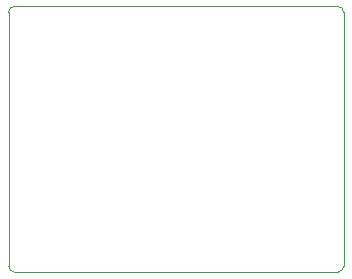
<source format=gbr>
%TF.GenerationSoftware,KiCad,Pcbnew,(6.0.7)*%
%TF.CreationDate,2022-09-16T05:20:13-07:00*%
%TF.ProjectId,dvi-sock,6476692d-736f-4636-9b2e-6b696361645f,rev?*%
%TF.SameCoordinates,Original*%
%TF.FileFunction,Profile,NP*%
%FSLAX46Y46*%
G04 Gerber Fmt 4.6, Leading zero omitted, Abs format (unit mm)*
G04 Created by KiCad (PCBNEW (6.0.7)) date 2022-09-16 05:20:13*
%MOMM*%
%LPD*%
G01*
G04 APERTURE LIST*
%TA.AperFunction,Profile*%
%ADD10C,0.050000*%
%TD*%
G04 APERTURE END LIST*
D10*
X141750000Y-95750000D02*
G75*
G03*
X142250000Y-96250000I500000J0D01*
G01*
X169603800Y-96250000D02*
X142250000Y-96250000D01*
X142250000Y-73750000D02*
X169603800Y-73750000D01*
X170103800Y-74250000D02*
G75*
G03*
X169603800Y-73750000I-500000J0D01*
G01*
X169603800Y-96250000D02*
G75*
G03*
X170103800Y-95750000I0J500000D01*
G01*
X141750000Y-95750000D02*
X141750000Y-74250000D01*
X170103800Y-74250000D02*
X170103800Y-95750000D01*
X142250000Y-73750000D02*
G75*
G03*
X141750000Y-74250000I0J-500000D01*
G01*
M02*

</source>
